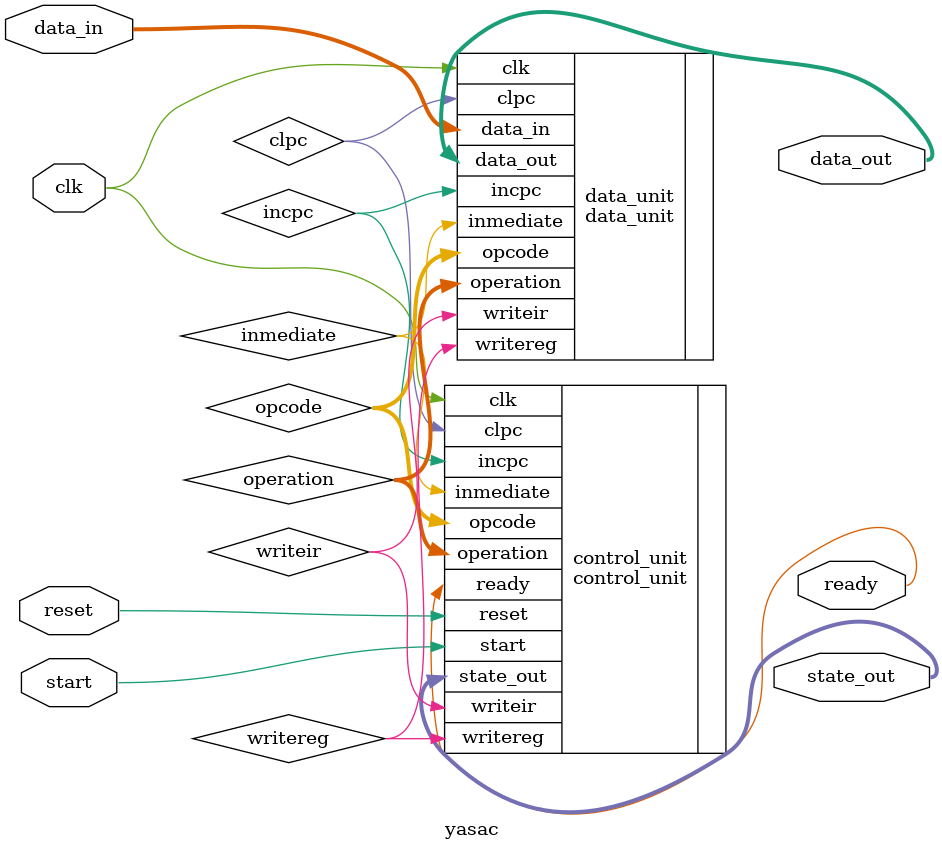
<source format=v>


`include "control_unit.v"
`include "data_unit.v"

module yasac (
	input wire clk,                 // IN: Clock (Rising Edge)
	input wire reset,               // IN: RESET (Sync, Active-High)
	input wire start,               // IN: START Operation
	input wire [7:0] data_in,       // IN: External Data

	output wire ready,              // OUT: READY Indicator
	output wire [7:0] data_out,     // OUT: External Data
	output wire [1:0] state_out     // OUT: FSM State
);

	// Internal Signals
	wire [4:0] opcode;      // Instruction Operation Code
	wire [1:0] operation;   // ALU Operation Code
	wire
		incpc,
		clpc,
		writeir,
		writereg,
		inmediate;

	// Control Unit
	control_unit control_unit (
		.clk(clk),              // IN: Clock (Rising Edge)
		.reset(reset),          // IN: RESET (Sync, Active-High)
		.start(start),          // IN: START Operation
		.opcode(opcode),        // IN: Instruction Operation Code
		.inmediate(inmediate),	// IN: Use Inmediate Value
		.ready(ready),          // OUT: READY Indicator
		.operation(operation),	// OUT: ALU Operation Code
		.incpc(incpc),          // OUT: UP Program Counter
		.clpc(clpc),            // OUT: CLEAR Program Counter
		.writeir(writeir),			// OUT: WRITE Instruction Register
		.writereg(writereg),		// OUT: WRITE Register Array
		.state_out(state_out)   // OUT: FSM State
	);

	// Data Unit
	data_unit data_unit (
		.clk(clk),							// IN: Clock (Rising Edge)
		.incpc(incpc),					// IN: UP Program Counter
		.clpc(clpc),						// IN: CLEAR Program Counter
		.writeir(writeir),			// IN: WRITE Instruction Register
		.writereg(writereg),		// IN: WRITE Register Array
		.inmediate(inmediate),	// IN: Use Inmediate Value
		.data_in(data_in),			// IN: External Data
		.operation(operation),	// OUT: ALU Operation Code
		.opcode(opcode),				// OUT: Instruction Operation Code
		.data_out(data_out)			// OUT: External Data
	);
endmodule
</source>
